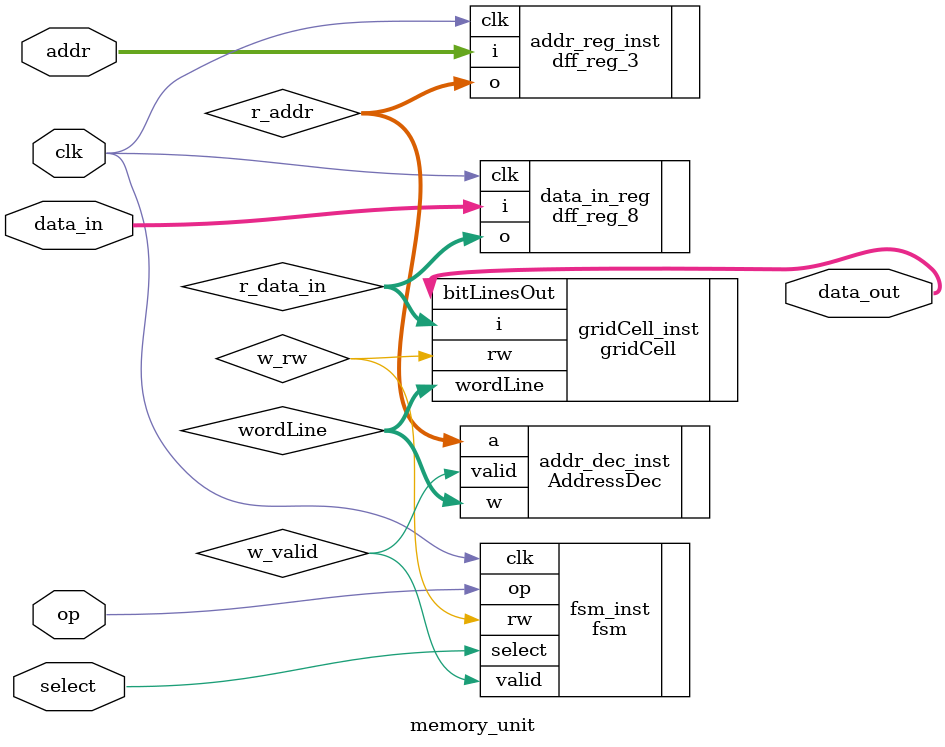
<source format=sv>
module memory_unit (
    input wire clk,
    input wire op,
    input wire select,
    input wire [2:0] addr,

    input wire [7:0] data_in,
    output reg [7:0] data_out
);
    // FSM
    wire w_valid;
    wire w_rw;

    fsm fsm_inst (
        .clk(clk),
        .op(op),
        .select(select),
        .valid(w_valid),
        .rw(w_rw)
    );

    // Address Decoder
    wire [2:0] r_addr;
    wire [7:0] wordLine;
	wire [7:0] r_data_in;

    // Register the input address
    dff_reg_3 addr_reg_inst (
		.clk(clk),
		.i(addr),
		.o(r_addr)
	);

	// Register input data
	dff_reg_8 data_in_reg (
		.clk(clk),
		.i(data_in),
		.o(r_data_in)
	);

    AddressDec addr_dec_inst (
        .a(r_addr),
		.valid(w_valid),
        .w(wordLine)
    );
    
	// Memory array
	gridCell gridCell_inst (
		.rw(w_rw),
		.wordLine(wordLine),
		.i(r_data_in),
		.bitLinesOut(data_out)
	);						  
endmodule
</source>
